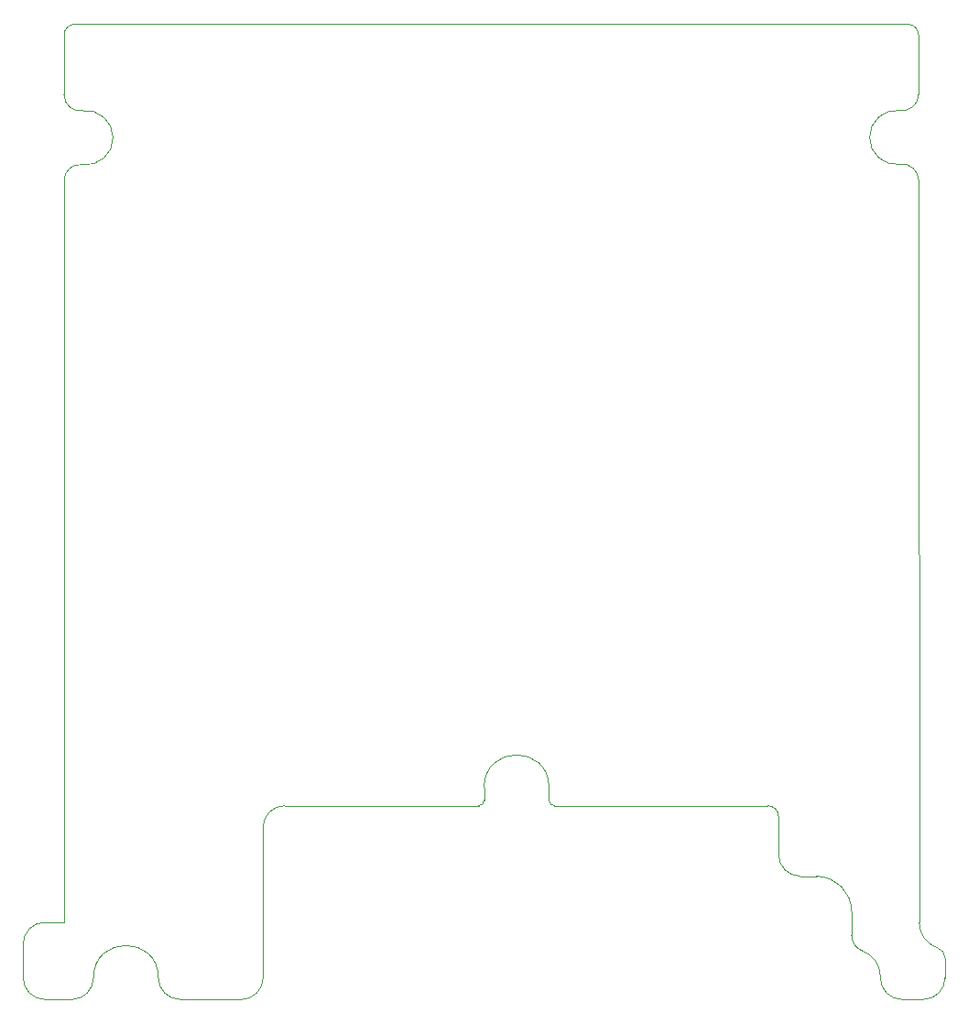
<source format=gbr>
%TF.GenerationSoftware,Altium Limited,Altium Designer,25.8.1 (18)*%
G04 Layer_Color=0*
%FSLAX45Y45*%
%MOMM*%
%TF.SameCoordinates,E40C52F6-B12D-486C-AAC2-1DB2447C0C70*%
%TF.FilePolarity,Positive*%
%TF.FileFunction,Profile,NP*%
%TF.Part,Single*%
G01*
G75*
%TA.AperFunction,Profile*%
%ADD111C,0.02540*%
D111*
X0Y200000D02*
G03*
X200000Y0I200000J0D01*
G01*
X450000D01*
D02*
G03*
X650000Y200001I-0J200000D01*
G01*
D02*
G02*
X1250000Y200001I300000J0D01*
G01*
D02*
G03*
X1450000Y0I200000J-1D01*
G01*
X2017500D01*
D02*
G03*
X2217500Y200000I-1J200000D01*
G01*
Y1591238D01*
D02*
G02*
X2417500Y1791238I200000J-0D01*
G01*
X4211155Y1791238D01*
D02*
G03*
X4261155Y1841238I-1J50000D01*
G01*
Y1961238D01*
D02*
G02*
X4861155Y1961238I300000J0D01*
G01*
X4861155Y1841238D01*
D02*
G03*
X4911155Y1791238I50000J-1D01*
G01*
X6883599D01*
D02*
G02*
X6983599Y1691238I0J-100000D01*
G01*
Y1339500D01*
D02*
G03*
X7183600Y1139500I200000J0D01*
G01*
X7333599Y1139500D01*
D02*
G02*
X7658599Y814500I0J-325000D01*
G01*
Y590972D01*
D02*
G03*
X7757993Y449767I150000J0D01*
G01*
D02*
G02*
X7924500Y213224I-84778J-236552D01*
G01*
Y200000D01*
D02*
G03*
X8124500Y0I200000J0D01*
G01*
X8322000D01*
D02*
G03*
X8522000Y200000I0J200000D01*
G01*
Y382361D01*
D02*
G03*
X8453767Y477181I-100000J0D01*
G01*
D02*
G02*
X8283186Y714045I79418J237050D01*
G01*
X8278075Y7575134D01*
D02*
G03*
X8109404Y7720076I-148670J-2396D01*
G01*
D02*
G02*
X8109033Y8218158I-33805J249016D01*
G01*
D02*
G03*
X8277488Y8363351I19782J147367D01*
G01*
X8277077Y8915813D01*
D02*
G03*
X8188803Y9015049I-100000J-74D01*
G01*
X477500D01*
D02*
G03*
X377500Y8915049I0J-100000D01*
G01*
Y8362694D01*
D02*
G03*
X546081Y8215341I148690J0D01*
G01*
D02*
G02*
X546081Y7717259I33619J-249041D01*
G01*
D02*
G03*
X377500Y7569906I-19892J-147352D01*
G01*
Y713165D01*
X200334Y713461D01*
D02*
G03*
X0Y513462I-334J-200000D01*
G01*
Y200000D01*
%TF.MD5,6d26ef442b9623a73b5637335f8f70c2*%
M02*

</source>
